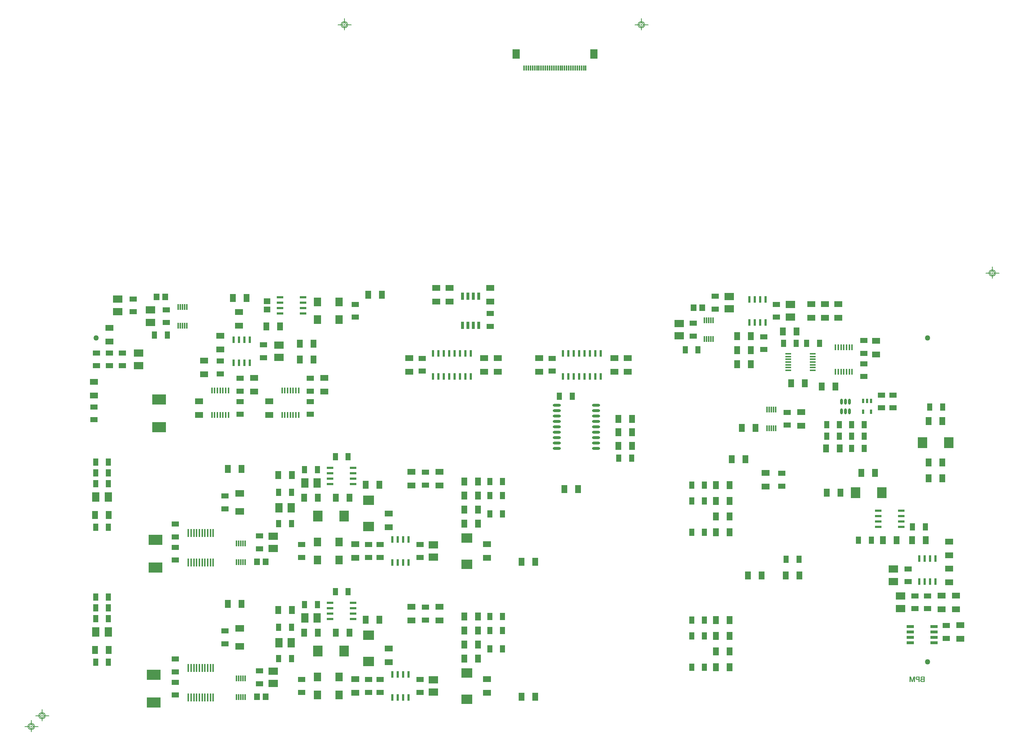
<source format=gbr>
*
*
G04 PADS VX.2.2 Build Number: 7607494 generated Gerber (RS-274-X) file*
G04 PC Version=2.1*
*
%IN "D3005H100_A.PCB"*%
*
%MOIN*%
*
%FSLAX35Y35*%
*
*
*
*
G04 PC Standard Apertures*
*
*
G04 Thermal Relief Aperture macro.*
%AMTER*
1,1,$1,0,0*
1,0,$1-$2,0,0*
21,0,$3,$4,0,0,45*
21,0,$3,$4,0,0,135*
%
*
*
G04 Annular Aperture macro.*
%AMANN*
1,1,$1,0,0*
1,0,$2,0,0*
%
*
*
G04 Odd Aperture macro.*
%AMODD*
1,1,$1,0,0*
1,0,$1-0.005,0,0*
%
*
*
G04 PC Custom Aperture Macros*
*
*
*
*
*
*
G04 PC Aperture Table*
*
%ADD010C,0.01*%
%ADD012C,0.005*%
%ADD028C,0.05*%
%ADD059C,0.001*%
%ADD061C,0.007*%
%ADD082R,0.05315X0.06102*%
%ADD083R,0.06102X0.05315*%
%ADD084R,0.07087X0.04528*%
%ADD085R,0.04528X0.07087*%
%ADD086R,0.09843X0.09055*%
%ADD087R,0.09055X0.09843*%
%ADD088R,0.0878X0.07087*%
%ADD089R,0.07087X0.0878*%
%ADD090R,0.129X0.094*%
%ADD091R,0.083X0.06*%
%ADD092R,0.01181X0.05709*%
%ADD093R,0.0748X0.05512*%
%ADD094R,0.05512X0.0748*%
%ADD095R,0.06102X0.02362*%
%ADD096R,0.02362X0.06102*%
%ADD097R,0.03X0.068*%
%ADD098O,0.0748X0.02362*%
%ADD099R,0.0689X0.02559*%
%ADD100R,0.02362X0.04331*%
%ADD101O,0.02362X0.05512*%
%ADD102R,0.05512X0.01378*%
%ADD103R,0.01378X0.05512*%
%ADD104R,0.01772X0.07283*%
%ADD105R,0.01181X0.05118*%
%ADD106R,0.07087X0.08661*%
%ADD107R,0.07087X0.07874*%
*
*
*
*
G04 PC Circuitry*
G04 Layer Name D3005H100_A.PCB - circuitry*
%LPD*%
*
G54D59*
G01X916914Y136271D02*
X915159D01*
X914629Y136205*
X914304Y136140*
X913985Y135949*
X913794Y135694*
X913664Y135370*
X913600Y135050*
X913663Y134799*
X913793Y134540*
X913985Y134283*
X914311Y134088*
X914336Y134045*
X914308Y134000*
X913914Y133803*
X913656Y133545*
X913463Y133223*
X913398Y132901*
Y132581*
X913528Y132257*
X913655Y132003*
X913842Y131878*
X914369Y131615*
X914692Y131550*
X916914*
Y136271*
X916345Y135786D02*
Y134246D01*
X916295Y134196*
X914955*
X914943Y134197*
X914675Y134264*
X914656Y134273*
X914321Y134541*
X914311Y134553*
X914177Y134754*
X914169Y134781*
Y134982*
X914171Y134996*
X914305Y135465*
X914317Y135486*
X914585Y135754*
X914611Y135768*
X914946Y135835*
X914955Y135836*
X916295*
X916345Y135786*
Y133710D02*
Y132036D01*
X916295Y131986*
X914687*
X914687D02*
X914669Y131989D01*
X914334Y132123*
X914317Y132134*
X914049Y132402*
X914036Y132429*
X914036D02*
X913969Y132831D01*
X913968Y132839*
Y133107*
X913976Y133135*
X914110Y133336*
X914120Y133346*
X914522Y133681*
X914541Y133691*
X914809Y133758*
X914821Y133760*
X916295*
X916345Y133710*
X912428Y136271D02*
X910274D01*
X910014Y136206*
X909424Y136010*
X909234Y135820*
X909040Y135560*
X909040D02*
X908912Y135240D01*
Y134918*
X908977Y134398*
X909302Y133943*
X909492Y133752*
X909813Y133624*
X910139Y133559*
X911808*
X911858Y133509*
Y131550*
X912428*
Y136271*
X911858Y135786D02*
Y134045D01*
X911808Y133995*
X910603*
X910596*
X910127Y134062*
X910115Y134065*
X909781Y134199*
X909756Y134220*
X909555Y134555*
X909549Y134571*
X909482Y134905*
X909481Y134915*
Y135183*
X909487Y135205*
X909620Y135473*
X909630Y135486*
X909831Y135687*
X909850Y135699*
X910252Y135833*
X910268Y135836*
X911808*
X911858Y135786*
X908008Y136271D02*
X907090D01*
X906030Y132891*
Y132890*
X905896Y132489*
X905893Y132482*
X905759Y132214*
X905666Y132224*
X905599Y132492*
X905466Y132959*
X904405Y136271*
X903487*
X903487D02*
Y131550D01*
X903487D02*
X904057D01*
Y135585*
X904155Y135600*
X905483Y131550*
X906079*
X907341Y135600*
X907438Y135585*
Y131550*
X908008*
Y136271*
X903500Y131550D02*
Y136271D01*
X903600Y131550D02*
Y136271D01*
X903700Y131550D02*
Y136271D01*
X903800Y131550D02*
Y136271D01*
X903900Y131550D02*
Y136271D01*
X904000Y131550D02*
Y136271D01*
X904100Y135634D02*
Y136271D01*
X904200Y135462D02*
Y136271D01*
X904300Y135157D02*
Y136271D01*
X904400Y134852D02*
Y136271D01*
X904500Y134547D02*
Y135976D01*
X904600Y134242D02*
Y135664D01*
X904700Y133937D02*
Y135351D01*
X904800Y133632D02*
Y135039D01*
X904900Y133327D02*
Y134726D01*
X905000Y133022D02*
Y134414D01*
X905100Y132717D02*
Y134101D01*
X905200Y132412D02*
Y133789D01*
X905300Y132107D02*
Y133476D01*
X905400Y131802D02*
Y133164D01*
X905500Y131550D02*
Y132838D01*
X905600Y131550D02*
Y132488D01*
X905700Y131550D02*
Y132189D01*
X905800Y131550D02*
Y132296D01*
X905900Y131550D02*
Y132502D01*
X906000Y131550D02*
Y132802D01*
X906100Y131617D02*
Y133115D01*
X906200Y131938D02*
Y133434D01*
X906300Y132259D02*
Y133752D01*
X906400Y132580D02*
Y134071D01*
X906500Y132901D02*
Y134390D01*
X906600Y133222D02*
Y134709D01*
X906700Y133543D02*
Y135027D01*
X906800Y133864D02*
Y135346D01*
X906900Y134185D02*
Y135665D01*
X907000Y134506D02*
Y135984D01*
X907100Y134827D02*
Y136271D01*
X907200Y135148D02*
Y136271D01*
X907300Y135469D02*
Y136271D01*
X907400Y135633D02*
Y136271D01*
X907500Y131550D02*
Y136271D01*
X907600Y131550D02*
Y136271D01*
X907700Y131550D02*
Y136271D01*
X907800Y131550D02*
Y136271D01*
X907900Y131550D02*
Y136271D01*
X908000Y131550D02*
Y136271D01*
X909000Y134365D02*
Y135461D01*
X909100Y134225D02*
Y135641D01*
X909200Y134085D02*
Y135774D01*
X909300Y133945D02*
Y135886D01*
X909400Y133845D02*
Y135986D01*
X909500Y133749D02*
Y134816D01*
Y135232D02*
Y136035D01*
X909600Y133709D02*
Y134480D01*
Y135432D02*
Y136068D01*
X909700Y133669D02*
Y134314D01*
Y135556D02*
Y136102D01*
X909800Y133629D02*
Y134191D01*
Y135656D02*
Y136135D01*
X909900Y133607D02*
Y134151D01*
Y135716D02*
Y136168D01*
X910000Y133587D02*
Y134111D01*
Y135749D02*
Y136202D01*
X910100Y133567D02*
Y134071D01*
Y135782D02*
Y136228D01*
X910200Y133559D02*
Y134052D01*
Y135816D02*
Y136253D01*
X910300Y133559D02*
Y134037D01*
Y135836D02*
Y136271D01*
X910400Y133559D02*
Y134023D01*
Y135836D02*
Y136271D01*
X910500Y133559D02*
Y134009D01*
Y135836D02*
Y136271D01*
X910600Y133559D02*
Y133995D01*
Y135836D02*
Y136271D01*
X910700Y133559D02*
Y133995D01*
Y135836D02*
Y136271D01*
X910800Y133559D02*
Y133995D01*
Y135836D02*
Y136271D01*
X910900Y133559D02*
Y133995D01*
Y135836D02*
Y136271D01*
X911000Y133559D02*
Y133995D01*
Y135836D02*
Y136271D01*
X911100Y133559D02*
Y133995D01*
Y135836D02*
Y136271D01*
X911200Y133559D02*
Y133995D01*
Y135836D02*
Y136271D01*
X911300Y133559D02*
Y133995D01*
Y135836D02*
Y136271D01*
X911400Y133559D02*
Y133995D01*
Y135836D02*
Y136271D01*
X911500Y133559D02*
Y133995D01*
Y135836D02*
Y136271D01*
X911600Y133559D02*
Y133995D01*
Y135836D02*
Y136271D01*
X911700Y133559D02*
Y133995D01*
Y135836D02*
Y136271D01*
X911800Y133559D02*
Y133995D01*
Y135836D02*
Y136271D01*
X911900Y131550D02*
Y136271D01*
X912000Y131550D02*
Y136271D01*
X912100Y131550D02*
Y136271D01*
X912200Y131550D02*
Y136271D01*
X912300Y131550D02*
Y136271D01*
X912400Y131550D02*
Y136271D01*
X913400Y132577D02*
Y132910D01*
X913500Y132327D02*
Y133285D01*
X913600Y132113D02*
Y133452D01*
X913700Y131973D02*
Y133589D01*
Y134725D02*
Y135459D01*
X913800Y131906D02*
Y133689D01*
Y134530D02*
Y135702D01*
X913900Y131849D02*
Y133789D01*
Y134397D02*
Y135835D01*
X914000Y131799D02*
Y132642D01*
Y133170D02*
Y133846D01*
Y134274D02*
Y135958D01*
X914100Y131749D02*
Y132352D01*
Y133320D02*
Y133896D01*
Y134214D02*
Y136018D01*
X914200Y131699D02*
Y132252D01*
Y133413D02*
Y133946D01*
Y134154D02*
Y134719D01*
Y135099D02*
Y136078D01*
X914300Y131649D02*
Y132152D01*
Y133497D02*
Y133996D01*
Y134094D02*
Y134569D01*
Y135449D02*
Y136138D01*
X914400Y131608D02*
Y132097D01*
Y133580D02*
Y134478D01*
Y135569D02*
Y136159D01*
X914500Y131588D02*
Y132057D01*
Y133663D02*
Y134398D01*
Y135669D02*
Y136179D01*
X914600Y131568D02*
Y132017D01*
Y133706D02*
Y134318D01*
Y135764D02*
Y136199D01*
X914700Y131550D02*
Y131986D01*
Y133731D02*
Y134258D01*
Y135786D02*
Y136214D01*
X914800Y131550D02*
Y131986D01*
Y133756D02*
Y134233D01*
Y135806D02*
Y136227D01*
X914900Y131550D02*
Y131986D01*
Y133760D02*
Y134208D01*
Y135826D02*
Y136239D01*
X915000Y131550D02*
Y131986D01*
Y133760D02*
Y134196D01*
Y135836D02*
Y136252D01*
X915100Y131550D02*
Y131986D01*
Y133760D02*
Y134196D01*
Y135836D02*
Y136264D01*
X915200Y131550D02*
Y131986D01*
Y133760D02*
Y134196D01*
Y135836D02*
Y136271D01*
X915300Y131550D02*
Y131986D01*
Y133760D02*
Y134196D01*
Y135836D02*
Y136271D01*
X915400Y131550D02*
Y131986D01*
Y133760D02*
Y134196D01*
Y135836D02*
Y136271D01*
X915500Y131550D02*
Y131986D01*
Y133760D02*
Y134196D01*
Y135836D02*
Y136271D01*
X915600Y131550D02*
Y131986D01*
Y133760D02*
Y134196D01*
Y135836D02*
Y136271D01*
X915700Y131550D02*
Y131986D01*
Y133760D02*
Y134196D01*
Y135836D02*
Y136271D01*
X915800Y131550D02*
Y131986D01*
Y133760D02*
Y134196D01*
Y135836D02*
Y136271D01*
X915900Y131550D02*
Y131986D01*
Y133760D02*
Y134196D01*
Y135836D02*
Y136271D01*
X916000Y131550D02*
Y131986D01*
Y133760D02*
Y134196D01*
Y135836D02*
Y136271D01*
X916100Y131550D02*
Y131986D01*
Y133760D02*
Y134196D01*
Y135836D02*
Y136271D01*
X916200Y131550D02*
Y131986D01*
Y133760D02*
Y134196D01*
Y135836D02*
Y136271D01*
X916300Y131550D02*
Y131986D01*
Y133760D02*
Y134196D01*
Y135835D02*
Y136271D01*
X916400Y131550D02*
Y136271D01*
X916500Y131550D02*
Y136271D01*
X916600Y131550D02*
Y136271D01*
X916700Y131550D02*
Y136271D01*
X916800Y131550D02*
Y136271D01*
X916900Y131550D02*
Y136271D01*
*
G04 PC Custom Flashes*
G04 Layer Name D3005H100_A.PCB - flashes*
%LPD*%
*
*
G04 PC Circuitry*
G04 Layer Name D3005H100_A.PCB - circuitry*
%LPD*%
*
G54D10*
G54D12*
X980000Y510000D02*
Y510500D01*
Y510000D02*
X980500D01*
X980000D02*
Y509500D01*
Y510000D02*
X979500D01*
X981500D02*
X986500D01*
X980000Y508500D02*
Y505100D01*
Y511500D02*
Y516000D01*
X974000Y510000D02*
X978500D01*
X983000D02*
G75*
G03X983000I-3000J0D01*
G01X982000D02*
G03X982000I-2000J0D01*
G01X655000Y740000D02*
Y740500D01*
Y740000D02*
X655500D01*
X655000D02*
Y739500D01*
Y740000D02*
X654500D01*
X656500D02*
X661500D01*
X655000Y738500D02*
Y735100D01*
Y741500D02*
Y746000D01*
X649000Y740000D02*
X653500D01*
X658000D02*
G03X658000I-3000J0D01*
G01X657000D02*
G03X657000I-2000J0D01*
G01X380000D02*
Y740500D01*
Y740000D02*
X380500D01*
X380000D02*
Y739500D01*
Y740000D02*
X379500D01*
X381500D02*
X386500D01*
X380000Y738500D02*
Y735100D01*
Y741500D02*
Y746000D01*
X374000Y740000D02*
X378500D01*
X383000D02*
G03X383000I-3000J0D01*
G01X382000D02*
G03X382000I-2000J0D01*
G54D28*
G01X150000Y450000D03*
X920000Y150000D03*
Y450000D03*
G54D59*
G54D61*
X100000Y100000D02*
Y100500D01*
Y100000D02*
X100500D01*
X100000D02*
Y99500D01*
Y100000D02*
X99500D01*
X101500D02*
X106500D01*
X100000Y98500D02*
Y95100D01*
Y101500D02*
Y106000D01*
X94000Y100000D02*
X98500D01*
X103000D02*
G03X103000I-3000J0D01*
G01X102000D02*
G03X102000I-2000J0D01*
G01X90000Y90000D02*
Y90500D01*
Y90000D02*
X90500D01*
X90000D02*
Y89500D01*
Y90000D02*
X89500D01*
X91500D02*
X96500D01*
X90000Y88500D02*
Y85100D01*
Y91500D02*
Y96000D01*
X84000Y90000D02*
X88500D01*
X93000D02*
G03X93000I-3000J0D01*
G01X92000D02*
G03X92000I-2000J0D01*
G54D82*
G01X206063Y488000D03*
X213937D03*
X703563Y478000D03*
X711437D03*
X306937Y242500D03*
X299063D03*
X306937Y117500D03*
X299063D03*
G54D83*
X308500Y483937D03*
Y476063D03*
G54D84*
X265000Y428406D03*
Y416594D03*
X768500Y439094D03*
Y450906D03*
X861000Y414094D03*
Y425906D03*
Y435594D03*
Y447406D03*
X450000Y258406D03*
Y246594D03*
Y133406D03*
Y121594D03*
X908500Y199094D03*
Y210906D03*
X780000Y480906D03*
Y469094D03*
X184500Y474094D03*
Y485906D03*
X215000Y475906D03*
Y464094D03*
X723500Y488406D03*
Y476594D03*
X283500Y379094D03*
Y390906D03*
Y400594D03*
Y412406D03*
X348500Y379094D03*
Y390906D03*
Y400594D03*
Y412406D03*
X305000Y443406D03*
Y431594D03*
X790000Y369094D03*
Y380906D03*
X703000Y463406D03*
Y451594D03*
X390000Y480906D03*
Y469094D03*
X223500Y265594D03*
Y277406D03*
Y255906D03*
Y244094D03*
Y140594D03*
Y152406D03*
Y130906D03*
Y119094D03*
X301500Y254594D03*
Y266406D03*
X413000Y246594D03*
Y258406D03*
X269500Y303406D03*
Y291594D03*
X340500Y258406D03*
Y246594D03*
X301500Y129594D03*
Y141406D03*
X413000Y121594D03*
Y133406D03*
X269500Y178406D03*
Y166594D03*
X340500Y133406D03*
Y121594D03*
X452000Y430906D03*
Y419094D03*
X572500Y430906D03*
Y419094D03*
X937500Y171594D03*
Y183406D03*
X920000Y210906D03*
Y199094D03*
X877500Y385094D03*
Y396906D03*
X174500Y424094D03*
Y435906D03*
X455000Y325406D03*
Y313594D03*
Y200406D03*
Y188594D03*
X785000Y324406D03*
Y312594D03*
X515000Y460594D03*
Y472406D03*
X148000Y374094D03*
Y385906D03*
X162500Y424094D03*
Y435906D03*
X902000Y235906D03*
Y224094D03*
X150500Y424094D03*
Y435906D03*
X402500Y258406D03*
Y246594D03*
Y133406D03*
Y121594D03*
X888000Y385094D03*
Y396906D03*
G54D85*
X826594Y359000D03*
X838406D03*
X215906Y452500D03*
X204094D03*
X933906Y386000D03*
X922094D03*
X707406Y439000D03*
X695594D03*
X330906Y307000D03*
X319094D03*
X330906Y182000D03*
X319094D03*
X354906Y328000D03*
X343094D03*
X354906Y203000D03*
X343094D03*
X867906Y262500D03*
X856094D03*
X906094Y275000D03*
X917906D03*
X319094Y278000D03*
X330906D03*
X383406Y340000D03*
X371594D03*
X319094Y153000D03*
X330906D03*
X383406Y215000D03*
X371594D03*
X819906Y445000D03*
X808094D03*
X590906Y396000D03*
X579094D03*
X634094Y338500D03*
X645906D03*
X798406Y445000D03*
X786594D03*
X826594Y369500D03*
X838406D03*
X861406Y359000D03*
X849594D03*
X149594Y315000D03*
X161406D03*
X149594Y190000D03*
X161406D03*
X514594Y162000D03*
X526406D03*
X514594Y192000D03*
X526406D03*
X713406Y270000D03*
X701594D03*
X713406Y313500D03*
X701594D03*
X713406Y145000D03*
X701594D03*
X713406Y188500D03*
X701594D03*
X514594Y287000D03*
X526406D03*
X514594Y317000D03*
X526406D03*
X514594Y179000D03*
X526406D03*
X713406Y299000D03*
X701594D03*
X713406Y174000D03*
X701594D03*
X789094Y245000D03*
X800906D03*
X149594Y274500D03*
X161406D03*
X149594Y325000D03*
X161406D03*
X149594Y149500D03*
X161406D03*
X149594Y200000D03*
X161406D03*
X514594Y304000D03*
X526406D03*
X149594Y335000D03*
X161406D03*
X149594Y210000D03*
X161406D03*
X861406Y369500D03*
X849594D03*
X861406Y347500D03*
X849594D03*
G54D86*
X402500Y275295D03*
Y299705D03*
Y150295D03*
Y174705D03*
X493500Y240295D03*
Y264705D03*
Y115295D03*
Y139705D03*
G54D87*
X877705Y306500D03*
X853295D03*
X915295Y353000D03*
X939705D03*
X379705Y285000D03*
X355295D03*
X379705Y160000D03*
X355295D03*
G54D88*
X736500Y476752D03*
Y488248D03*
X793000Y480748D03*
Y469252D03*
X462500Y246752D03*
Y258248D03*
Y121752D03*
Y133248D03*
X895000Y199252D03*
Y210748D03*
X888500Y235748D03*
Y224252D03*
X170000Y485748D03*
Y474252D03*
X200500Y475748D03*
Y464252D03*
X319500Y443248D03*
Y431752D03*
X690000Y463248D03*
Y451752D03*
X189500Y424252D03*
Y435748D03*
X314000Y254752D03*
Y266248D03*
Y129752D03*
Y141248D03*
G54D89*
X343252Y315500D03*
X354748D03*
X343252Y190500D03*
X354748D03*
X149752Y302500D03*
X161248D03*
X149752Y177500D03*
X161248D03*
X330748Y292500D03*
X319252D03*
X330748Y167500D03*
X319252D03*
G54D90*
X205000Y237050D03*
Y262950D03*
X203500Y112050D03*
Y137950D03*
X208500Y367050D03*
Y392950D03*
G54D91*
X283000Y305800D03*
Y289200D03*
Y180800D03*
Y164200D03*
G54D92*
X771563Y383661D03*
X773531D03*
X775500D03*
X777469D03*
X779437D03*
Y366339D03*
X777469D03*
X775500D03*
X773531D03*
X771563D03*
X713563Y466161D03*
X715531D03*
X717500D03*
X719469D03*
X721437D03*
Y448839D03*
X719469D03*
X717500D03*
X715531D03*
X713563D03*
X287937Y242339D03*
X285969D03*
X284000D03*
X282031D03*
X280063D03*
Y259661D03*
X282031D03*
X284000D03*
X285969D03*
X287937D03*
Y117339D03*
X285969D03*
X284000D03*
X282031D03*
X280063D03*
Y134661D03*
X282031D03*
X284000D03*
X285969D03*
X287937D03*
X226063Y478661D03*
X228031D03*
X230000D03*
X231969D03*
X233937D03*
Y461339D03*
X231969D03*
X230000D03*
X228031D03*
X226063D03*
G54D93*
X296500Y412799D03*
Y400201D03*
X361500Y412799D03*
Y400201D03*
X265000Y451799D03*
Y439201D03*
X421000Y287299D03*
Y274701D03*
X512000Y246201D03*
Y258799D03*
X421000Y162299D03*
Y149701D03*
X512000Y121201D03*
Y133799D03*
X872500Y447299D03*
Y434701D03*
X812500Y481299D03*
Y468701D03*
X825000Y481299D03*
Y468701D03*
X940000Y248701D03*
Y261299D03*
X245500Y378701D03*
Y391299D03*
X310500Y378701D03*
Y391299D03*
X803000Y381299D03*
Y368701D03*
X515000Y483701D03*
Y496299D03*
X148000Y409299D03*
Y396701D03*
X940000Y223701D03*
Y236299D03*
X442000Y313201D03*
Y325799D03*
Y188201D03*
Y200799D03*
X933000Y198701D03*
Y211299D03*
X162500Y459299D03*
Y446701D03*
X282500Y461201D03*
Y473799D03*
X522000Y431299D03*
Y418701D03*
X440000D03*
Y431299D03*
X509500Y418701D03*
Y431299D03*
X642500D03*
Y418701D03*
X560500D03*
Y431299D03*
X630000Y418701D03*
Y431299D03*
X950500Y183799D03*
Y171201D03*
X468000Y325799D03*
Y313201D03*
Y200799D03*
Y188201D03*
X770000Y324799D03*
Y312201D03*
X837500Y481299D03*
Y468701D03*
X477500Y483701D03*
Y496299D03*
X465000Y483701D03*
Y496299D03*
X250000Y416201D03*
Y428799D03*
X946500Y211299D03*
Y198701D03*
X390000Y246201D03*
Y258799D03*
Y121201D03*
Y133799D03*
G54D94*
X786201Y456000D03*
X798799D03*
X921201Y334500D03*
X933799D03*
X858701Y325000D03*
X871299D03*
X760799Y366500D03*
X748201D03*
X793701Y408000D03*
X806299D03*
X826701Y306500D03*
X839299D03*
X149201Y286000D03*
X161799D03*
X149201Y161000D03*
X161799D03*
X342701Y302000D03*
X355299D03*
X399701Y314000D03*
X412299D03*
X822201Y405000D03*
X834799D03*
X342701Y177000D03*
X355299D03*
X399701Y189000D03*
X412299D03*
X633701Y362500D03*
X646299D03*
X633701Y375000D03*
X646299D03*
X583701Y310000D03*
X596299D03*
X738701Y337500D03*
X751299D03*
X753701Y230000D03*
X766299D03*
X905701Y262500D03*
X918299D03*
X878701D03*
X891299D03*
X933799Y373000D03*
X921201D03*
X284799Y328500D03*
X272201D03*
X284799Y203500D03*
X272201D03*
X646299Y350000D03*
X633701D03*
X826201Y347500D03*
X838799D03*
X503799Y291000D03*
X491201D03*
Y278000D03*
X503799D03*
Y304000D03*
X491201D03*
Y317000D03*
X503799D03*
Y166000D03*
X491201D03*
Y153000D03*
X503799D03*
Y179000D03*
X491201D03*
Y192000D03*
X503799D03*
X724201Y284500D03*
X736799D03*
Y270000D03*
X724201D03*
Y299000D03*
X736799D03*
Y313500D03*
X724201D03*
Y159500D03*
X736799D03*
Y145000D03*
X724201D03*
Y174000D03*
X736799D03*
Y188500D03*
X724201D03*
X788701Y230000D03*
X801299D03*
X743701Y425500D03*
X756299D03*
X338701Y444500D03*
X351299D03*
Y430000D03*
X338701D03*
X743701Y451500D03*
X756299D03*
Y438500D03*
X743701D03*
X331299Y323000D03*
X318701D03*
X331299Y198000D03*
X318701D03*
X372201Y302000D03*
X384799D03*
X556799Y242500D03*
X544201D03*
X372201Y177000D03*
X384799D03*
X556799Y117500D03*
X544201D03*
X933799Y320000D03*
X921201D03*
X414799Y490000D03*
X402201D03*
X276701Y487000D03*
X289299D03*
X320299Y460500D03*
X307701D03*
G54D95*
X366870Y314500D03*
Y319500D03*
Y324500D03*
Y329500D03*
X388130D03*
Y324500D03*
Y319500D03*
Y314500D03*
X366870Y189500D03*
Y194500D03*
Y199500D03*
Y204500D03*
X388130D03*
Y199500D03*
Y194500D03*
Y189500D03*
X895630Y290000D03*
Y285000D03*
Y280000D03*
Y275000D03*
X874370D03*
Y280000D03*
Y285000D03*
Y290000D03*
X341630Y487500D03*
Y482500D03*
Y477500D03*
Y472500D03*
X320370D03*
Y477500D03*
Y482500D03*
Y487500D03*
G54D96*
X424500Y263130D03*
X429500D03*
X434500D03*
X439500D03*
Y241870D03*
X434500D03*
X429500D03*
X424500D03*
Y138130D03*
X429500D03*
X434500D03*
X439500D03*
Y116870D03*
X434500D03*
X429500D03*
X424500D03*
X927500Y224370D03*
X922500D03*
X917500D03*
X912500D03*
Y245630D03*
X917500D03*
X922500D03*
X927500D03*
X770000Y464370D03*
X765000D03*
X760000D03*
X755000D03*
Y485630D03*
X760000D03*
X765000D03*
X770000D03*
X292500Y426870D03*
X287500D03*
X282500D03*
X277500D03*
Y448130D03*
X282500D03*
X287500D03*
X292500D03*
X462000Y435630D03*
X467000D03*
X472000D03*
X477000D03*
X482000D03*
X487000D03*
X492000D03*
X497000D03*
Y414370D03*
X492000D03*
X487000D03*
X482000D03*
X477000D03*
X472000D03*
X467000D03*
X462000D03*
X582500Y435630D03*
X587500D03*
X592500D03*
X597500D03*
X602500D03*
X607500D03*
X612500D03*
X617500D03*
Y414370D03*
X612500D03*
X607500D03*
X602500D03*
X597500D03*
X592500D03*
X587500D03*
X582500D03*
G54D97*
X504500Y461400D03*
X499500D03*
X494500D03*
X489500D03*
Y488600D03*
X494500D03*
X499500D03*
X504500D03*
G54D98*
X613110Y387500D03*
Y382500D03*
Y377500D03*
Y372500D03*
Y367500D03*
Y362500D03*
Y357500D03*
Y352500D03*
Y347500D03*
X576890D03*
Y352500D03*
Y357500D03*
Y362500D03*
Y367500D03*
Y372500D03*
Y377500D03*
Y382500D03*
Y387500D03*
G54D99*
X903976Y167500D03*
Y172500D03*
Y177500D03*
Y182500D03*
X926024D03*
Y177500D03*
Y172500D03*
Y167500D03*
G54D100*
X860260Y391618D03*
X864000D03*
X867740D03*
Y381382D03*
X860260D03*
G54D101*
X847740Y381972D03*
X844000D03*
X840260D03*
Y391028D03*
X844000D03*
X847740D03*
G54D102*
X813819Y435177D03*
Y432618D03*
Y430059D03*
Y427500D03*
Y424941D03*
Y422382D03*
Y419823D03*
X791181D03*
Y422382D03*
Y424941D03*
Y427500D03*
Y430059D03*
Y432618D03*
Y435177D03*
G54D103*
X272677Y378681D03*
X270118D03*
X267559D03*
X265000D03*
X262441D03*
X259882D03*
X257323D03*
Y401319D03*
X259882D03*
X262441D03*
X265000D03*
X267559D03*
X270118D03*
X272677D03*
X850177Y418681D03*
X847618D03*
X845059D03*
X842500D03*
X839941D03*
X837382D03*
X834823D03*
Y441319D03*
X837382D03*
X839941D03*
X842500D03*
X845059D03*
X847618D03*
X850177D03*
X337677Y378681D03*
X335118D03*
X332559D03*
X330000D03*
X327441D03*
X324882D03*
X322323D03*
Y401319D03*
X324882D03*
X327441D03*
X330000D03*
X332559D03*
X335118D03*
X337677D03*
G54D104*
X235484Y269280D03*
X238043D03*
X240602D03*
X243161D03*
X245720D03*
X248280D03*
X250839D03*
X253398D03*
X255957D03*
X258516D03*
Y241720D03*
X255957D03*
X253398D03*
X250839D03*
X248280D03*
X245720D03*
X243161D03*
X240602D03*
X238043D03*
X235484D03*
Y144280D03*
X238043D03*
X240602D03*
X243161D03*
X245720D03*
X248280D03*
X250839D03*
X253398D03*
X255957D03*
X258516D03*
Y116720D03*
X255957D03*
X253398D03*
X250839D03*
X248280D03*
X245720D03*
X243161D03*
X240602D03*
X238043D03*
X235484D03*
G54D105*
X546457Y700000D03*
X548425D03*
X550394D03*
X552362D03*
X554331D03*
X556299D03*
X558268D03*
X560236D03*
X562205D03*
X564173D03*
X566142D03*
X568110D03*
X570079D03*
X572047D03*
X574016D03*
X575984D03*
X577953D03*
X579921D03*
X581890D03*
X583858D03*
X585827D03*
X587795D03*
X589764D03*
X591732D03*
X593701D03*
X595669D03*
X597638D03*
X599606D03*
X601575D03*
X603543D03*
G54D106*
X538976Y712795D03*
X611024D03*
G54D107*
X375000Y466732D03*
X355000D03*
Y483268D03*
X375000D03*
X355000Y260768D03*
X375000D03*
Y244232D03*
X355000D03*
Y135768D03*
X375000D03*
Y119232D03*
X355000D03*
G74*
X0Y0D02*
M02*

</source>
